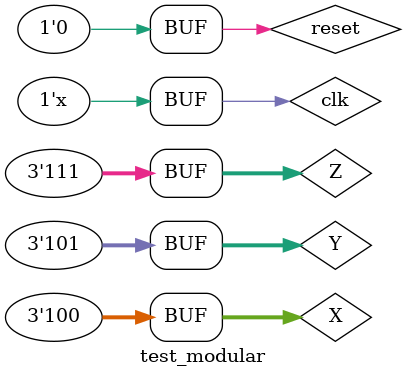
<source format=v>
`timescale 1ns / 1ps


module test_modular;

	// Inputs
	reg clk;
	reg reset;
	reg [2:0] X;
	reg [2:0] Y;
	reg [2:0] Z;

	// Outputs
	wire [4:0] T;
	wire [3:0] state;
	wire [1:0] i;
	wire [4:0] R;

	// Instantiate the Unit Under Test (UUT)
	modular_multip uut (
		.clk(clk), 
		.reset(reset), 
		.X(X), 
		.Y(Y), 
		.Z(Z), 
		.T(T), 
		.state(state),.i(i),.R(R)
	);

	initial begin
		// Initialize Inputs
		clk = 0;
		reset = 0;
		X = 0;
		Y = 0;
		Z = 0;
		

      reset=1;
      #50
		reset=0;
		
		
		X=3'b111;
		Y=3'b111;
		Z=3'b111;
		#800
		reset=1;
		#50
		reset=0;
	
	
		X=3'b001;
		Y=3'b010;
		Z=3'b011;
		#800
		reset=1;
		#50
		reset=0;
		X=3'b100;
		Y=3'b101;
		Z=3'b111;
       
		// Add stimulus here

	end
	always
	#10
	clk=~clk;
      
endmodule


</source>
